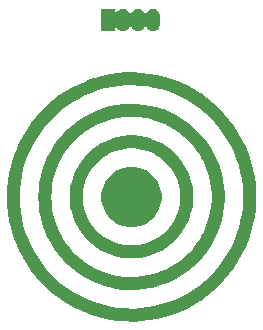
<source format=gbr>
G04 #@! TF.GenerationSoftware,KiCad,Pcbnew,5.1.5-52549c5~84~ubuntu18.04.1*
G04 #@! TF.CreationDate,2020-01-15T10:03:58+01:00*
G04 #@! TF.ProjectId,geneva,67656e65-7661-42e6-9b69-6361645f7063,rev?*
G04 #@! TF.SameCoordinates,Original*
G04 #@! TF.FileFunction,Soldermask,Bot*
G04 #@! TF.FilePolarity,Negative*
%FSLAX46Y46*%
G04 Gerber Fmt 4.6, Leading zero omitted, Abs format (unit mm)*
G04 Created by KiCad (PCBNEW 5.1.5-52549c5~84~ubuntu18.04.1) date 2020-01-15 10:03:58*
%MOMM*%
%LPD*%
G04 APERTURE LIST*
%ADD10C,0.101600*%
G04 APERTURE END LIST*
D10*
G36*
X100171046Y-89449623D02*
G01*
X100832605Y-89481136D01*
X100839824Y-89481711D01*
X101498085Y-89555124D01*
X101505267Y-89556156D01*
X102157526Y-89671167D01*
X102164633Y-89672653D01*
X102808264Y-89828797D01*
X102815250Y-89830728D01*
X103447714Y-90027389D01*
X103454567Y-90029760D01*
X104073294Y-90266142D01*
X104079975Y-90268941D01*
X104682436Y-90544075D01*
X104688932Y-90547294D01*
X105272735Y-90860088D01*
X105279016Y-90863715D01*
X105841825Y-91212919D01*
X105847853Y-91216929D01*
X106387355Y-91601106D01*
X106393141Y-91605510D01*
X106907196Y-92023135D01*
X106912680Y-92027888D01*
X107399203Y-92477267D01*
X107404390Y-92482373D01*
X107861427Y-92961699D01*
X107866271Y-92967113D01*
X108292017Y-93474499D01*
X108296484Y-93480179D01*
X108689185Y-94013532D01*
X108693285Y-94019488D01*
X109051374Y-94576685D01*
X109055112Y-94582929D01*
X109377120Y-95161682D01*
X109380436Y-95168112D01*
X109665112Y-95766169D01*
X109668014Y-95772797D01*
X109914172Y-96387671D01*
X109916652Y-96394484D01*
X110123322Y-97023750D01*
X110125363Y-97030699D01*
X110291707Y-97671804D01*
X110293304Y-97678875D01*
X110418647Y-98329221D01*
X110419795Y-98336398D01*
X110503637Y-98993362D01*
X110504330Y-99000624D01*
X110546336Y-99661581D01*
X110546566Y-99668837D01*
X110546566Y-100331163D01*
X110546336Y-100338419D01*
X110504330Y-100999376D01*
X110503637Y-101006638D01*
X110419795Y-101663602D01*
X110418647Y-101670779D01*
X110293304Y-102321125D01*
X110291707Y-102328196D01*
X110125363Y-102969301D01*
X110123322Y-102976250D01*
X109916652Y-103605516D01*
X109914172Y-103612329D01*
X109668014Y-104227203D01*
X109665112Y-104233831D01*
X109380436Y-104831888D01*
X109377120Y-104838318D01*
X109055112Y-105417071D01*
X109051374Y-105423315D01*
X108693285Y-105980512D01*
X108689185Y-105986468D01*
X108296484Y-106519821D01*
X108292017Y-106525501D01*
X107866271Y-107032887D01*
X107861427Y-107038301D01*
X107404390Y-107517627D01*
X107399203Y-107522733D01*
X106912680Y-107972112D01*
X106907196Y-107976865D01*
X106393141Y-108394490D01*
X106387355Y-108398894D01*
X105847853Y-108783071D01*
X105841825Y-108787081D01*
X105279016Y-109136285D01*
X105272735Y-109139912D01*
X104688932Y-109452706D01*
X104682436Y-109455925D01*
X104079975Y-109731059D01*
X104073294Y-109733858D01*
X103454567Y-109970240D01*
X103447714Y-109972611D01*
X102815250Y-110169272D01*
X102808264Y-110171203D01*
X102164633Y-110327347D01*
X102157526Y-110328833D01*
X101505267Y-110443844D01*
X101498085Y-110444876D01*
X100839824Y-110518289D01*
X100832605Y-110518864D01*
X100171046Y-110550377D01*
X100163787Y-110550493D01*
X99501546Y-110539984D01*
X99494321Y-110539640D01*
X98834070Y-110487150D01*
X98826858Y-110486346D01*
X98171263Y-110392085D01*
X98164135Y-110390828D01*
X97515847Y-110255179D01*
X97508799Y-110253470D01*
X96870445Y-110076985D01*
X96863500Y-110074824D01*
X96237619Y-109858205D01*
X96230820Y-109855607D01*
X95619936Y-109599727D01*
X95613343Y-109596716D01*
X95019906Y-109302600D01*
X95013507Y-109299171D01*
X94439951Y-108968029D01*
X94433727Y-108964167D01*
X93882350Y-108597329D01*
X93876415Y-108593103D01*
X93349377Y-108192004D01*
X93343742Y-108187426D01*
X92843191Y-107753697D01*
X92837866Y-107748778D01*
X92365828Y-107284171D01*
X92360832Y-107278931D01*
X91919214Y-106785324D01*
X91914547Y-106779762D01*
X91505128Y-106259142D01*
X91500835Y-106253312D01*
X91125258Y-105707771D01*
X91121323Y-105701648D01*
X90781118Y-105133411D01*
X90777577Y-105127046D01*
X90474096Y-104538378D01*
X90470977Y-104531827D01*
X90205425Y-103925049D01*
X90202736Y-103918335D01*
X89976199Y-103295930D01*
X89973951Y-103289083D01*
X89787341Y-102653545D01*
X89785528Y-102646562D01*
X89639608Y-102000497D01*
X89638233Y-101993362D01*
X89533585Y-101339365D01*
X89532670Y-101332187D01*
X89469711Y-100672847D01*
X89469251Y-100665617D01*
X89448237Y-100003630D01*
X89448237Y-99996370D01*
X89448247Y-99996034D01*
X90552004Y-99996034D01*
X90552004Y-100003966D01*
X90570775Y-100595274D01*
X90571278Y-100603190D01*
X90627511Y-101192100D01*
X90628515Y-101199968D01*
X90721992Y-101784155D01*
X90723493Y-101791944D01*
X90853830Y-102369013D01*
X90855822Y-102376690D01*
X91022494Y-102944326D01*
X91024969Y-102951862D01*
X91227305Y-103507773D01*
X91230253Y-103515137D01*
X91467453Y-104057129D01*
X91470862Y-104064291D01*
X91741946Y-104590121D01*
X91745803Y-104597052D01*
X92049693Y-105104632D01*
X92053981Y-105111305D01*
X92389460Y-105598600D01*
X92394163Y-105604987D01*
X92759860Y-106070009D01*
X92764959Y-106076085D01*
X93159433Y-106516999D01*
X93164906Y-106522740D01*
X93586530Y-106937726D01*
X93592357Y-106943108D01*
X94039465Y-107330529D01*
X94045621Y-107335530D01*
X94516393Y-107693810D01*
X94522855Y-107698411D01*
X95015403Y-108026109D01*
X95022142Y-108030291D01*
X95534494Y-108326098D01*
X95541486Y-108329844D01*
X96071551Y-108592551D01*
X96078766Y-108595846D01*
X96624440Y-108824412D01*
X96631850Y-108827243D01*
X97190911Y-109020735D01*
X97198485Y-109023090D01*
X97768693Y-109180736D01*
X97776401Y-109182606D01*
X98355462Y-109303770D01*
X98363274Y-109305148D01*
X98948856Y-109389342D01*
X98956739Y-109390221D01*
X99546485Y-109437106D01*
X99554408Y-109437483D01*
X100145936Y-109446869D01*
X100153867Y-109446743D01*
X100744810Y-109418593D01*
X100752717Y-109417965D01*
X101340663Y-109352394D01*
X101348514Y-109351265D01*
X101931126Y-109248535D01*
X101938890Y-109246910D01*
X102513827Y-109107432D01*
X102521472Y-109105319D01*
X103086383Y-108929664D01*
X103093878Y-108927070D01*
X103646533Y-108715931D01*
X103653850Y-108712866D01*
X104191981Y-108467109D01*
X104199087Y-108463587D01*
X104720567Y-108184185D01*
X104727436Y-108180219D01*
X105230136Y-107868312D01*
X105236741Y-107863918D01*
X105718641Y-107520757D01*
X105724952Y-107515954D01*
X106184125Y-107142916D01*
X106190120Y-107137721D01*
X106624704Y-106736315D01*
X106630357Y-106730751D01*
X107038611Y-106302587D01*
X107043900Y-106296676D01*
X107424168Y-105843489D01*
X107429071Y-105837254D01*
X107779844Y-105360846D01*
X107784342Y-105354312D01*
X108104188Y-104856620D01*
X108108262Y-104849815D01*
X108395893Y-104332853D01*
X108399528Y-104325803D01*
X108653801Y-103791617D01*
X108656981Y-103784351D01*
X108876858Y-103235126D01*
X108879571Y-103227672D01*
X109064166Y-102665621D01*
X109066401Y-102658010D01*
X109214985Y-102085354D01*
X109216732Y-102077617D01*
X109328692Y-101496711D01*
X109329945Y-101488879D01*
X109404837Y-100902041D01*
X109405591Y-100894145D01*
X109443113Y-100303728D01*
X109443365Y-100295800D01*
X109443365Y-99704200D01*
X109443113Y-99696272D01*
X109405591Y-99105855D01*
X109404837Y-99097959D01*
X109329945Y-98511121D01*
X109328692Y-98503289D01*
X109216732Y-97922383D01*
X109214985Y-97914646D01*
X109066401Y-97341990D01*
X109064166Y-97334379D01*
X108879571Y-96772328D01*
X108876858Y-96764874D01*
X108656981Y-96215649D01*
X108653801Y-96208383D01*
X108399528Y-95674197D01*
X108395893Y-95667147D01*
X108108262Y-95150185D01*
X108104188Y-95143380D01*
X107784342Y-94645688D01*
X107779844Y-94639154D01*
X107429071Y-94162746D01*
X107424168Y-94156511D01*
X107043900Y-93703324D01*
X107038611Y-93697413D01*
X106630357Y-93269249D01*
X106624704Y-93263685D01*
X106190120Y-92862279D01*
X106184125Y-92857084D01*
X105724952Y-92484046D01*
X105718641Y-92479243D01*
X105236741Y-92136082D01*
X105230136Y-92131688D01*
X104727436Y-91819781D01*
X104720567Y-91815815D01*
X104199087Y-91536413D01*
X104191981Y-91532891D01*
X103653850Y-91287134D01*
X103646533Y-91284069D01*
X103093878Y-91072930D01*
X103086383Y-91070336D01*
X102521472Y-90894681D01*
X102513827Y-90892568D01*
X101938890Y-90753090D01*
X101931126Y-90751465D01*
X101348514Y-90648735D01*
X101340663Y-90647606D01*
X100752717Y-90582035D01*
X100744810Y-90581407D01*
X100153867Y-90553257D01*
X100145936Y-90553131D01*
X99554408Y-90562517D01*
X99546485Y-90562894D01*
X98956739Y-90609779D01*
X98948856Y-90610658D01*
X98363274Y-90694852D01*
X98355462Y-90696230D01*
X97776401Y-90817394D01*
X97768693Y-90819264D01*
X97198485Y-90976910D01*
X97190911Y-90979265D01*
X96631850Y-91172757D01*
X96624440Y-91175588D01*
X96078766Y-91404154D01*
X96071551Y-91407449D01*
X95541486Y-91670156D01*
X95534494Y-91673902D01*
X95022142Y-91969709D01*
X95015403Y-91973891D01*
X94522855Y-92301589D01*
X94516393Y-92306190D01*
X94045621Y-92664470D01*
X94039465Y-92669471D01*
X93592357Y-93056892D01*
X93586530Y-93062274D01*
X93164906Y-93477260D01*
X93159433Y-93483001D01*
X92764959Y-93923915D01*
X92759860Y-93929991D01*
X92394163Y-94395013D01*
X92389460Y-94401400D01*
X92053981Y-94888695D01*
X92049693Y-94895368D01*
X91745803Y-95402948D01*
X91741946Y-95409879D01*
X91470862Y-95935709D01*
X91467453Y-95942871D01*
X91230253Y-96484863D01*
X91227305Y-96492227D01*
X91024969Y-97048138D01*
X91022494Y-97055674D01*
X90855822Y-97623310D01*
X90853830Y-97630987D01*
X90723493Y-98208056D01*
X90721992Y-98215845D01*
X90628515Y-98800032D01*
X90627511Y-98807900D01*
X90571278Y-99396810D01*
X90570775Y-99404726D01*
X90552004Y-99996034D01*
X89448247Y-99996034D01*
X89469251Y-99334383D01*
X89469711Y-99327153D01*
X89532670Y-98667813D01*
X89533585Y-98660635D01*
X89638233Y-98006638D01*
X89639608Y-97999503D01*
X89785528Y-97353438D01*
X89787341Y-97346455D01*
X89973951Y-96710917D01*
X89976199Y-96704070D01*
X90202736Y-96081665D01*
X90205425Y-96074951D01*
X90470977Y-95468173D01*
X90474096Y-95461622D01*
X90777577Y-94872954D01*
X90781118Y-94866589D01*
X91121323Y-94298352D01*
X91125258Y-94292229D01*
X91500835Y-93746688D01*
X91505128Y-93740858D01*
X91914547Y-93220238D01*
X91919214Y-93214676D01*
X92360832Y-92721069D01*
X92365828Y-92715829D01*
X92837866Y-92251222D01*
X92843191Y-92246303D01*
X93343742Y-91812574D01*
X93349377Y-91807996D01*
X93876415Y-91406897D01*
X93882350Y-91402671D01*
X94433727Y-91035833D01*
X94439951Y-91031971D01*
X95013507Y-90700829D01*
X95019906Y-90697400D01*
X95613343Y-90403284D01*
X95619936Y-90400273D01*
X96230820Y-90144393D01*
X96237619Y-90141795D01*
X96863500Y-89925176D01*
X96870445Y-89923015D01*
X97508799Y-89746530D01*
X97515847Y-89744821D01*
X98164135Y-89609172D01*
X98171263Y-89607915D01*
X98826858Y-89513654D01*
X98834070Y-89512850D01*
X99494321Y-89460360D01*
X99501547Y-89460016D01*
X99924986Y-89453296D01*
X99935253Y-89452710D01*
X99957128Y-89450556D01*
X100042875Y-89450556D01*
X100043383Y-89450606D01*
X100057614Y-89451192D01*
X100163787Y-89449507D01*
X100171046Y-89449623D01*
G37*
G36*
X99942963Y-92117768D02*
G01*
X99956564Y-92117226D01*
X100042872Y-92117226D01*
X100067761Y-92119677D01*
X100077701Y-92120258D01*
X100432717Y-92126820D01*
X100441132Y-92127286D01*
X101012996Y-92180278D01*
X101021347Y-92181364D01*
X101587698Y-92276437D01*
X101596008Y-92278150D01*
X102153772Y-92414786D01*
X102161924Y-92417106D01*
X102708092Y-92594567D01*
X102716018Y-92597470D01*
X103247608Y-92814790D01*
X103255297Y-92818270D01*
X103769389Y-93074257D01*
X103776812Y-93078303D01*
X104270573Y-93371545D01*
X104277672Y-93376124D01*
X104748449Y-93705046D01*
X104755176Y-93710125D01*
X105200373Y-94072915D01*
X105206722Y-94078491D01*
X105623891Y-94473151D01*
X105629831Y-94479202D01*
X106016703Y-94903580D01*
X106022182Y-94910055D01*
X106376664Y-95361857D01*
X106381628Y-95368689D01*
X106701793Y-95845462D01*
X106706234Y-95852635D01*
X106990304Y-96351733D01*
X106994221Y-96359248D01*
X107240663Y-96877978D01*
X107243996Y-96885718D01*
X107451453Y-97421228D01*
X107454207Y-97429202D01*
X107621553Y-97978584D01*
X107623716Y-97986756D01*
X107750028Y-98546976D01*
X107751581Y-98555283D01*
X107836170Y-99123276D01*
X107837108Y-99131698D01*
X107879519Y-99704412D01*
X107879832Y-99712867D01*
X107879832Y-100287133D01*
X107879519Y-100295588D01*
X107837108Y-100868302D01*
X107836170Y-100876724D01*
X107751581Y-101444717D01*
X107750028Y-101453024D01*
X107623716Y-102013244D01*
X107621553Y-102021416D01*
X107454207Y-102570798D01*
X107451453Y-102578772D01*
X107243996Y-103114282D01*
X107240663Y-103122022D01*
X106994221Y-103640752D01*
X106990304Y-103648267D01*
X106706234Y-104147365D01*
X106701793Y-104154538D01*
X106381628Y-104631311D01*
X106376664Y-104638143D01*
X106022182Y-105089945D01*
X106016703Y-105096420D01*
X105629831Y-105520798D01*
X105623891Y-105526849D01*
X105206722Y-105921509D01*
X105200373Y-105927085D01*
X104755176Y-106289875D01*
X104748449Y-106294954D01*
X104277672Y-106623876D01*
X104270573Y-106628455D01*
X103776812Y-106921697D01*
X103769389Y-106925743D01*
X103255297Y-107181730D01*
X103247608Y-107185210D01*
X102716018Y-107402530D01*
X102708092Y-107405433D01*
X102161924Y-107582894D01*
X102153772Y-107585214D01*
X101596008Y-107721850D01*
X101587698Y-107723563D01*
X101021347Y-107818636D01*
X101012996Y-107819722D01*
X100441132Y-107872714D01*
X100432717Y-107873180D01*
X99858521Y-107883792D01*
X99850060Y-107883636D01*
X99276671Y-107851814D01*
X99268255Y-107851035D01*
X98698746Y-107776950D01*
X98690425Y-107775553D01*
X98127981Y-107659619D01*
X98119755Y-107657604D01*
X97567394Y-107500443D01*
X97559382Y-107497840D01*
X97020110Y-107300306D01*
X97012295Y-107297111D01*
X96489106Y-107060299D01*
X96481530Y-107056527D01*
X95977285Y-106781739D01*
X95970002Y-106777414D01*
X95487418Y-106466129D01*
X95480488Y-106461286D01*
X95022190Y-106115196D01*
X95015655Y-106109871D01*
X94584170Y-105730881D01*
X94578018Y-105725061D01*
X94175706Y-105315244D01*
X94170025Y-105309012D01*
X93799073Y-104870598D01*
X93793855Y-104863948D01*
X93456304Y-104399348D01*
X93451600Y-104392343D01*
X93149268Y-103904061D01*
X93145093Y-103896725D01*
X92879650Y-103387450D01*
X92876032Y-103379834D01*
X92648927Y-102852355D01*
X92645869Y-102844463D01*
X92458348Y-102301672D01*
X92455886Y-102293589D01*
X92308954Y-101738397D01*
X92307103Y-101730188D01*
X92201574Y-101165659D01*
X92200328Y-101157288D01*
X92136784Y-100586559D01*
X92136160Y-100578125D01*
X92114939Y-100004215D01*
X92114939Y-99995785D01*
X92114953Y-99995381D01*
X93218728Y-99995381D01*
X93218728Y-100004619D01*
X93236905Y-100496205D01*
X93237588Y-100505417D01*
X93292021Y-100994322D01*
X93293381Y-101003459D01*
X93383773Y-101487014D01*
X93385805Y-101496026D01*
X93511657Y-101971568D01*
X93514349Y-101980405D01*
X93674988Y-102445380D01*
X93678325Y-102453994D01*
X93872851Y-102905808D01*
X93876815Y-102914152D01*
X94104186Y-103350380D01*
X94108756Y-103358409D01*
X94367722Y-103776653D01*
X94372872Y-103784321D01*
X94662018Y-104182297D01*
X94667720Y-104189565D01*
X94985466Y-104565097D01*
X94991689Y-104571924D01*
X95336304Y-104922967D01*
X95343015Y-104929316D01*
X95712626Y-105253961D01*
X95719788Y-105259797D01*
X96112332Y-105556231D01*
X96119904Y-105561521D01*
X96533302Y-105828178D01*
X96541245Y-105832895D01*
X96973198Y-106068288D01*
X96981467Y-106072406D01*
X97429614Y-106275252D01*
X97438165Y-106278748D01*
X97900077Y-106447945D01*
X97908862Y-106450799D01*
X98382009Y-106585421D01*
X98390982Y-106587619D01*
X98872788Y-106686932D01*
X98881898Y-106688462D01*
X99369703Y-106751918D01*
X99378902Y-106752770D01*
X99870066Y-106780028D01*
X99879302Y-106780199D01*
X100371145Y-106771109D01*
X100380369Y-106770597D01*
X100870200Y-106725207D01*
X100879360Y-106724015D01*
X101364501Y-106642575D01*
X101373549Y-106640710D01*
X101851344Y-106523664D01*
X101860229Y-106521136D01*
X102328071Y-106369125D01*
X102336745Y-106365948D01*
X102792088Y-106179799D01*
X102800504Y-106175989D01*
X103240867Y-105956714D01*
X103248978Y-105952294D01*
X103671924Y-105701108D01*
X103679687Y-105696101D01*
X104082939Y-105414358D01*
X104090311Y-105408791D01*
X104471662Y-105098030D01*
X104478603Y-105091934D01*
X104835944Y-104753875D01*
X104842415Y-104747282D01*
X105173831Y-104383735D01*
X105179798Y-104376683D01*
X105483447Y-103989671D01*
X105488877Y-103982198D01*
X105763127Y-103573799D01*
X105767990Y-103565944D01*
X106011315Y-103138432D01*
X106015585Y-103130241D01*
X106226682Y-102685908D01*
X106230335Y-102677423D01*
X106408043Y-102218706D01*
X106411060Y-102209974D01*
X106554399Y-101739405D01*
X106556762Y-101730475D01*
X106664959Y-101250600D01*
X106666657Y-101241519D01*
X106739118Y-100754954D01*
X106740140Y-100745774D01*
X106776470Y-100255195D01*
X106776811Y-100245963D01*
X106776811Y-99754037D01*
X106776470Y-99744805D01*
X106740140Y-99254226D01*
X106739118Y-99245046D01*
X106666657Y-98758481D01*
X106664959Y-98749400D01*
X106556762Y-98269525D01*
X106554399Y-98260595D01*
X106411060Y-97790026D01*
X106408043Y-97781294D01*
X106230335Y-97322577D01*
X106226682Y-97314092D01*
X106015585Y-96869759D01*
X106011315Y-96861568D01*
X105767990Y-96434056D01*
X105763127Y-96426201D01*
X105488877Y-96017802D01*
X105483447Y-96010329D01*
X105179798Y-95623317D01*
X105173831Y-95616265D01*
X104842415Y-95252718D01*
X104835944Y-95246125D01*
X104478603Y-94908066D01*
X104471662Y-94901970D01*
X104090311Y-94591209D01*
X104082939Y-94585642D01*
X103679687Y-94303899D01*
X103671924Y-94298892D01*
X103248978Y-94047706D01*
X103240867Y-94043286D01*
X102800504Y-93824011D01*
X102792088Y-93820201D01*
X102336745Y-93634052D01*
X102328071Y-93630875D01*
X101860229Y-93478864D01*
X101851344Y-93476336D01*
X101373549Y-93359290D01*
X101364501Y-93357425D01*
X100879360Y-93275985D01*
X100870200Y-93274793D01*
X100380369Y-93229403D01*
X100371145Y-93228891D01*
X99879302Y-93219801D01*
X99870066Y-93219972D01*
X99378902Y-93247230D01*
X99369703Y-93248082D01*
X98881898Y-93311538D01*
X98872788Y-93313068D01*
X98390982Y-93412381D01*
X98382009Y-93414579D01*
X97908862Y-93549201D01*
X97900077Y-93552055D01*
X97438165Y-93721252D01*
X97429614Y-93724748D01*
X96981467Y-93927594D01*
X96973198Y-93931712D01*
X96541245Y-94167105D01*
X96533302Y-94171822D01*
X96119904Y-94438479D01*
X96112332Y-94443769D01*
X95719788Y-94740203D01*
X95712626Y-94746039D01*
X95343015Y-95070684D01*
X95336304Y-95077033D01*
X94991689Y-95428076D01*
X94985466Y-95434903D01*
X94667720Y-95810435D01*
X94662018Y-95817703D01*
X94372872Y-96215679D01*
X94367722Y-96223347D01*
X94108756Y-96641591D01*
X94104186Y-96649620D01*
X93876815Y-97085848D01*
X93872851Y-97094192D01*
X93678325Y-97546006D01*
X93674988Y-97554620D01*
X93514349Y-98019595D01*
X93511657Y-98028432D01*
X93385805Y-98503974D01*
X93383773Y-98512986D01*
X93293381Y-98996541D01*
X93292021Y-99005678D01*
X93237588Y-99494583D01*
X93236905Y-99503795D01*
X93218728Y-99995381D01*
X92114953Y-99995381D01*
X92136160Y-99421875D01*
X92136784Y-99413441D01*
X92200328Y-98842712D01*
X92201574Y-98834341D01*
X92307103Y-98269812D01*
X92308954Y-98261603D01*
X92455886Y-97706411D01*
X92458348Y-97698328D01*
X92645869Y-97155537D01*
X92648927Y-97147645D01*
X92876032Y-96620166D01*
X92879650Y-96612550D01*
X93145093Y-96103275D01*
X93149268Y-96095939D01*
X93451600Y-95607657D01*
X93456304Y-95600652D01*
X93793855Y-95136052D01*
X93799073Y-95129402D01*
X94170025Y-94690988D01*
X94175706Y-94684756D01*
X94578018Y-94274939D01*
X94584170Y-94269119D01*
X95015655Y-93890129D01*
X95022190Y-93884804D01*
X95480488Y-93538714D01*
X95487418Y-93533871D01*
X95970002Y-93222586D01*
X95977285Y-93218261D01*
X96481530Y-92943473D01*
X96489106Y-92939701D01*
X97012295Y-92702889D01*
X97020110Y-92699694D01*
X97559382Y-92502160D01*
X97567394Y-92499557D01*
X98119755Y-92342396D01*
X98127981Y-92340381D01*
X98690425Y-92224447D01*
X98698746Y-92223050D01*
X99268255Y-92148965D01*
X99276671Y-92148186D01*
X99850060Y-92116364D01*
X99858522Y-92116208D01*
X99942963Y-92117768D01*
G37*
G36*
X100068284Y-94786389D02*
G01*
X100080536Y-94786991D01*
X100235723Y-94786991D01*
X100246278Y-94787479D01*
X100715722Y-94830979D01*
X100726162Y-94832435D01*
X101189609Y-94919069D01*
X101199885Y-94921486D01*
X101653340Y-95050505D01*
X101663342Y-95053857D01*
X102102968Y-95224169D01*
X102112611Y-95228427D01*
X102534651Y-95438577D01*
X102543886Y-95443721D01*
X102944719Y-95691907D01*
X102953419Y-95697867D01*
X103329652Y-95981985D01*
X103337787Y-95988739D01*
X103686170Y-96306334D01*
X103693666Y-96313830D01*
X104011261Y-96662213D01*
X104018015Y-96670348D01*
X104302133Y-97046581D01*
X104308093Y-97055281D01*
X104556279Y-97456114D01*
X104561423Y-97465349D01*
X104771573Y-97887389D01*
X104775831Y-97897032D01*
X104946143Y-98336658D01*
X104949495Y-98346660D01*
X105078514Y-98800115D01*
X105080931Y-98810391D01*
X105167565Y-99273838D01*
X105169021Y-99284278D01*
X105212521Y-99753722D01*
X105213009Y-99764277D01*
X105213009Y-100235723D01*
X105212521Y-100246278D01*
X105169021Y-100715722D01*
X105167565Y-100726162D01*
X105080931Y-101189609D01*
X105078514Y-101199885D01*
X104949495Y-101653340D01*
X104946143Y-101663342D01*
X104775831Y-102102968D01*
X104771573Y-102112611D01*
X104561423Y-102534651D01*
X104556279Y-102543886D01*
X104308093Y-102944719D01*
X104302133Y-102953419D01*
X104018015Y-103329652D01*
X104011261Y-103337787D01*
X103693666Y-103686170D01*
X103686170Y-103693666D01*
X103337787Y-104011261D01*
X103329652Y-104018015D01*
X102953419Y-104302133D01*
X102944719Y-104308093D01*
X102543886Y-104556279D01*
X102534651Y-104561423D01*
X102112611Y-104771573D01*
X102102968Y-104775831D01*
X101663342Y-104946143D01*
X101653340Y-104949495D01*
X101199885Y-105078514D01*
X101189609Y-105080931D01*
X100726162Y-105167565D01*
X100715722Y-105169021D01*
X100246278Y-105212521D01*
X100235723Y-105213009D01*
X99764277Y-105213009D01*
X99753722Y-105212521D01*
X99284278Y-105169021D01*
X99273838Y-105167565D01*
X98810391Y-105080931D01*
X98800115Y-105078514D01*
X98346660Y-104949495D01*
X98336658Y-104946143D01*
X97897032Y-104775831D01*
X97887389Y-104771573D01*
X97465349Y-104561423D01*
X97456114Y-104556279D01*
X97055281Y-104308093D01*
X97046581Y-104302133D01*
X96670348Y-104018015D01*
X96662213Y-104011261D01*
X96313830Y-103693666D01*
X96306334Y-103686170D01*
X95988739Y-103337787D01*
X95981985Y-103329652D01*
X95697867Y-102953419D01*
X95691907Y-102944719D01*
X95443721Y-102543886D01*
X95438577Y-102534651D01*
X95228427Y-102112611D01*
X95224169Y-102102968D01*
X95053857Y-101663342D01*
X95050505Y-101653340D01*
X94921486Y-101199885D01*
X94919069Y-101189609D01*
X94832435Y-100726162D01*
X94830979Y-100715722D01*
X94787479Y-100246278D01*
X94786991Y-100235723D01*
X94786991Y-99815750D01*
X95889628Y-99815750D01*
X95889628Y-100184250D01*
X95890161Y-100195784D01*
X95924164Y-100562730D01*
X95925759Y-100574164D01*
X95993472Y-100936397D01*
X95996116Y-100947636D01*
X96096961Y-101302074D01*
X96100630Y-101313022D01*
X96233757Y-101656660D01*
X96238421Y-101667222D01*
X96402672Y-101997081D01*
X96408290Y-102007167D01*
X96602293Y-102320494D01*
X96608818Y-102330020D01*
X96830884Y-102624083D01*
X96838260Y-102632965D01*
X97086531Y-102905305D01*
X97094695Y-102913469D01*
X97367035Y-103161740D01*
X97375917Y-103169116D01*
X97669980Y-103391182D01*
X97679506Y-103397707D01*
X97992833Y-103591710D01*
X98002919Y-103597328D01*
X98332778Y-103761579D01*
X98343340Y-103766243D01*
X98686978Y-103899370D01*
X98697926Y-103903039D01*
X99052364Y-104003884D01*
X99063603Y-104006528D01*
X99425836Y-104074241D01*
X99437270Y-104075836D01*
X99804216Y-104109839D01*
X99815750Y-104110372D01*
X100184250Y-104110372D01*
X100195784Y-104109839D01*
X100562730Y-104075836D01*
X100574164Y-104074241D01*
X100936397Y-104006528D01*
X100947636Y-104003884D01*
X101302074Y-103903039D01*
X101313022Y-103899370D01*
X101656660Y-103766243D01*
X101667222Y-103761579D01*
X101997081Y-103597328D01*
X102007167Y-103591710D01*
X102320494Y-103397707D01*
X102330020Y-103391182D01*
X102624083Y-103169116D01*
X102632965Y-103161740D01*
X102905305Y-102913469D01*
X102913469Y-102905305D01*
X103161740Y-102632965D01*
X103169116Y-102624083D01*
X103391182Y-102330020D01*
X103397707Y-102320494D01*
X103591710Y-102007167D01*
X103597328Y-101997081D01*
X103761579Y-101667222D01*
X103766243Y-101656660D01*
X103899370Y-101313022D01*
X103903039Y-101302074D01*
X104003884Y-100947636D01*
X104006528Y-100936397D01*
X104074241Y-100574164D01*
X104075836Y-100562730D01*
X104109839Y-100195784D01*
X104110372Y-100184250D01*
X104110372Y-99815750D01*
X104109839Y-99804216D01*
X104075836Y-99437270D01*
X104074241Y-99425836D01*
X104006528Y-99063603D01*
X104003884Y-99052364D01*
X103903039Y-98697926D01*
X103899370Y-98686978D01*
X103766243Y-98343340D01*
X103761579Y-98332778D01*
X103597328Y-98002919D01*
X103591710Y-97992833D01*
X103397707Y-97679506D01*
X103391182Y-97669980D01*
X103169116Y-97375917D01*
X103161740Y-97367035D01*
X102913469Y-97094695D01*
X102905305Y-97086531D01*
X102632965Y-96838260D01*
X102624083Y-96830884D01*
X102330020Y-96608818D01*
X102320494Y-96602293D01*
X102007167Y-96408290D01*
X101997081Y-96402672D01*
X101667222Y-96238421D01*
X101656660Y-96233757D01*
X101313022Y-96100630D01*
X101302074Y-96096961D01*
X100947636Y-95996116D01*
X100936397Y-95993472D01*
X100574164Y-95925759D01*
X100562730Y-95924164D01*
X100195784Y-95890161D01*
X100184250Y-95889628D01*
X99815750Y-95889628D01*
X99804216Y-95890161D01*
X99437270Y-95924164D01*
X99425836Y-95925759D01*
X99063603Y-95993472D01*
X99052364Y-95996116D01*
X98697926Y-96096961D01*
X98686978Y-96100630D01*
X98343340Y-96233757D01*
X98332778Y-96238421D01*
X98002919Y-96402672D01*
X97992833Y-96408290D01*
X97679506Y-96602293D01*
X97669980Y-96608818D01*
X97375917Y-96830884D01*
X97367035Y-96838260D01*
X97094695Y-97086531D01*
X97086531Y-97094695D01*
X96838260Y-97367035D01*
X96830884Y-97375917D01*
X96608818Y-97669980D01*
X96602293Y-97679506D01*
X96408290Y-97992833D01*
X96402672Y-98002919D01*
X96238421Y-98332778D01*
X96233757Y-98343340D01*
X96100630Y-98686978D01*
X96096961Y-98697926D01*
X95996116Y-99052364D01*
X95993472Y-99063603D01*
X95925759Y-99425836D01*
X95924164Y-99437270D01*
X95890161Y-99804216D01*
X95889628Y-99815750D01*
X94786991Y-99815750D01*
X94786991Y-99764277D01*
X94787479Y-99753722D01*
X94830979Y-99284278D01*
X94832435Y-99273838D01*
X94919069Y-98810391D01*
X94921486Y-98800115D01*
X95050505Y-98346660D01*
X95053857Y-98336658D01*
X95224169Y-97897032D01*
X95228427Y-97887389D01*
X95438577Y-97465349D01*
X95443721Y-97456114D01*
X95691907Y-97055281D01*
X95697867Y-97046581D01*
X95981985Y-96670348D01*
X95988739Y-96662213D01*
X96306334Y-96313830D01*
X96313830Y-96306334D01*
X96662213Y-95988739D01*
X96670348Y-95981985D01*
X97046581Y-95697867D01*
X97055281Y-95691907D01*
X97456114Y-95443721D01*
X97465349Y-95438577D01*
X97887389Y-95228427D01*
X97897032Y-95224169D01*
X98336658Y-95053857D01*
X98346660Y-95050505D01*
X98800115Y-94921486D01*
X98810391Y-94919069D01*
X99273838Y-94832435D01*
X99284278Y-94830979D01*
X99753722Y-94787479D01*
X99764277Y-94786991D01*
X99919464Y-94786991D01*
X99931716Y-94786389D01*
X99957131Y-94783886D01*
X100042869Y-94783886D01*
X100068284Y-94786389D01*
G37*
G36*
X100744098Y-97547033D02*
G01*
X101123864Y-97704337D01*
X101208352Y-97739333D01*
X101626168Y-98018509D01*
X101981491Y-98373832D01*
X102235379Y-98753802D01*
X102260668Y-98791650D01*
X102452967Y-99255902D01*
X102551000Y-99748747D01*
X102551000Y-100251253D01*
X102452967Y-100744098D01*
X102278351Y-101165659D01*
X102260667Y-101208352D01*
X101981491Y-101626168D01*
X101626168Y-101981491D01*
X101208352Y-102260667D01*
X101208351Y-102260668D01*
X101208350Y-102260668D01*
X100744098Y-102452967D01*
X100251253Y-102551000D01*
X99748747Y-102551000D01*
X99255902Y-102452967D01*
X98791650Y-102260668D01*
X98791649Y-102260668D01*
X98791648Y-102260667D01*
X98373832Y-101981491D01*
X98018509Y-101626168D01*
X97739333Y-101208352D01*
X97721649Y-101165659D01*
X97547033Y-100744098D01*
X97449000Y-100251253D01*
X97449000Y-99748747D01*
X97547033Y-99255902D01*
X97739332Y-98791650D01*
X97764621Y-98753802D01*
X98018509Y-98373832D01*
X98373832Y-98018509D01*
X98791648Y-97739333D01*
X98876136Y-97704337D01*
X99255902Y-97547033D01*
X99748747Y-97449000D01*
X100251253Y-97449000D01*
X100744098Y-97547033D01*
G37*
G36*
X101924875Y-84057479D02*
G01*
X101998516Y-84079818D01*
X102035337Y-84090987D01*
X102137139Y-84145402D01*
X102194227Y-84192253D01*
X102226369Y-84218631D01*
X102299598Y-84307861D01*
X102299599Y-84307863D01*
X102354013Y-84409662D01*
X102354524Y-84411347D01*
X102387521Y-84520124D01*
X102396000Y-84606215D01*
X102396000Y-85393785D01*
X102387521Y-85479876D01*
X102365182Y-85553517D01*
X102354013Y-85590338D01*
X102299598Y-85692140D01*
X102226370Y-85781370D01*
X102137140Y-85854598D01*
X102035338Y-85909013D01*
X101998517Y-85920182D01*
X101924876Y-85942521D01*
X101810000Y-85953835D01*
X101695125Y-85942521D01*
X101621484Y-85920182D01*
X101584663Y-85909013D01*
X101482861Y-85854598D01*
X101393631Y-85781370D01*
X101320402Y-85692138D01*
X101285240Y-85626355D01*
X101271627Y-85605980D01*
X101254300Y-85588653D01*
X101233925Y-85575040D01*
X101211286Y-85565662D01*
X101187253Y-85560882D01*
X101162749Y-85560882D01*
X101138716Y-85565662D01*
X101116077Y-85575040D01*
X101095702Y-85588653D01*
X101078375Y-85605980D01*
X101064762Y-85626354D01*
X101029598Y-85692140D01*
X100956370Y-85781370D01*
X100867140Y-85854598D01*
X100765338Y-85909013D01*
X100728517Y-85920182D01*
X100654876Y-85942521D01*
X100540000Y-85953835D01*
X100425125Y-85942521D01*
X100351484Y-85920182D01*
X100314663Y-85909013D01*
X100212861Y-85854598D01*
X100123631Y-85781370D01*
X100050402Y-85692138D01*
X100015240Y-85626355D01*
X100001627Y-85605980D01*
X99984300Y-85588653D01*
X99963925Y-85575040D01*
X99941286Y-85565662D01*
X99917253Y-85560882D01*
X99892749Y-85560882D01*
X99868716Y-85565662D01*
X99846077Y-85575040D01*
X99825702Y-85588653D01*
X99808375Y-85605980D01*
X99794762Y-85626354D01*
X99759598Y-85692140D01*
X99686370Y-85781370D01*
X99597140Y-85854598D01*
X99495338Y-85909013D01*
X99458517Y-85920182D01*
X99384876Y-85942521D01*
X99270000Y-85953835D01*
X99155125Y-85942521D01*
X99081484Y-85920182D01*
X99044663Y-85909013D01*
X98942861Y-85854598D01*
X98853631Y-85781370D01*
X98807625Y-85725310D01*
X98790298Y-85707983D01*
X98769924Y-85694369D01*
X98747285Y-85684992D01*
X98723252Y-85680211D01*
X98698748Y-85680211D01*
X98674714Y-85684991D01*
X98652076Y-85694368D01*
X98631701Y-85707982D01*
X98614374Y-85725309D01*
X98600760Y-85745683D01*
X98591383Y-85768322D01*
X98586602Y-85792355D01*
X98586000Y-85804608D01*
X98586000Y-85951000D01*
X97414000Y-85951000D01*
X97414000Y-84049000D01*
X98586000Y-84049000D01*
X98586000Y-84195392D01*
X98588402Y-84219778D01*
X98595515Y-84243227D01*
X98607066Y-84264838D01*
X98622611Y-84283780D01*
X98641553Y-84299325D01*
X98663164Y-84310876D01*
X98686613Y-84317989D01*
X98710999Y-84320391D01*
X98735385Y-84317989D01*
X98758834Y-84310876D01*
X98780445Y-84299325D01*
X98799387Y-84283780D01*
X98807625Y-84274690D01*
X98853629Y-84218634D01*
X98853631Y-84218631D01*
X98942861Y-84145402D01*
X98954507Y-84139177D01*
X99044662Y-84090987D01*
X99081483Y-84079818D01*
X99155124Y-84057479D01*
X99270000Y-84046165D01*
X99384875Y-84057479D01*
X99458516Y-84079818D01*
X99495337Y-84090987D01*
X99597139Y-84145402D01*
X99654227Y-84192253D01*
X99686369Y-84218631D01*
X99759598Y-84307861D01*
X99759601Y-84307865D01*
X99794761Y-84373645D01*
X99808374Y-84394020D01*
X99825701Y-84411347D01*
X99846076Y-84424960D01*
X99868715Y-84434338D01*
X99892748Y-84439118D01*
X99917252Y-84439118D01*
X99941285Y-84434338D01*
X99963924Y-84424960D01*
X99984299Y-84411347D01*
X100001626Y-84394020D01*
X100015239Y-84373646D01*
X100050402Y-84307861D01*
X100123629Y-84218634D01*
X100123631Y-84218631D01*
X100212861Y-84145402D01*
X100224507Y-84139177D01*
X100314662Y-84090987D01*
X100351483Y-84079818D01*
X100425124Y-84057479D01*
X100540000Y-84046165D01*
X100654875Y-84057479D01*
X100728516Y-84079818D01*
X100765337Y-84090987D01*
X100867139Y-84145402D01*
X100924227Y-84192253D01*
X100956369Y-84218631D01*
X101029598Y-84307861D01*
X101029601Y-84307865D01*
X101064761Y-84373645D01*
X101078374Y-84394020D01*
X101095701Y-84411347D01*
X101116076Y-84424960D01*
X101138715Y-84434338D01*
X101162748Y-84439118D01*
X101187252Y-84439118D01*
X101211285Y-84434338D01*
X101233924Y-84424960D01*
X101254299Y-84411347D01*
X101271626Y-84394020D01*
X101285239Y-84373646D01*
X101320402Y-84307861D01*
X101393629Y-84218634D01*
X101393631Y-84218631D01*
X101482861Y-84145402D01*
X101494507Y-84139177D01*
X101584662Y-84090987D01*
X101621483Y-84079818D01*
X101695124Y-84057479D01*
X101810000Y-84046165D01*
X101924875Y-84057479D01*
G37*
M02*

</source>
